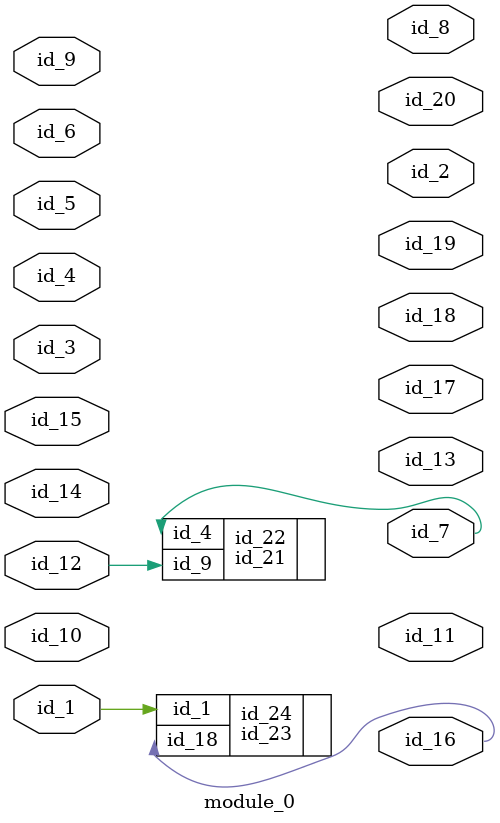
<source format=v>
`timescale 1 ps / 1 ps
module module_0 (
    id_1,
    id_2,
    id_3,
    id_4,
    id_5,
    id_6,
    id_7,
    id_8,
    id_9,
    id_10,
    id_11,
    id_12,
    id_13,
    id_14,
    id_15,
    id_16,
    id_17,
    id_18,
    id_19,
    id_20
);
  output id_20;
  output id_19;
  output id_18;
  output id_17;
  output id_16;
  input id_15;
  input id_14;
  output id_13;
  input id_12;
  output id_11;
  input id_10;
  input id_9;
  output id_8;
  output id_7;
  input id_6;
  input id_5;
  input id_4;
  input id_3;
  output id_2;
  input id_1;
  id_21 id_22 (
      .id_4(id_7),
      .id_9(id_12)
  );
  id_23 id_24 (
      .id_18(id_16),
      .id_1 (id_19),
      .id_1 (id_1)
  );
endmodule

</source>
